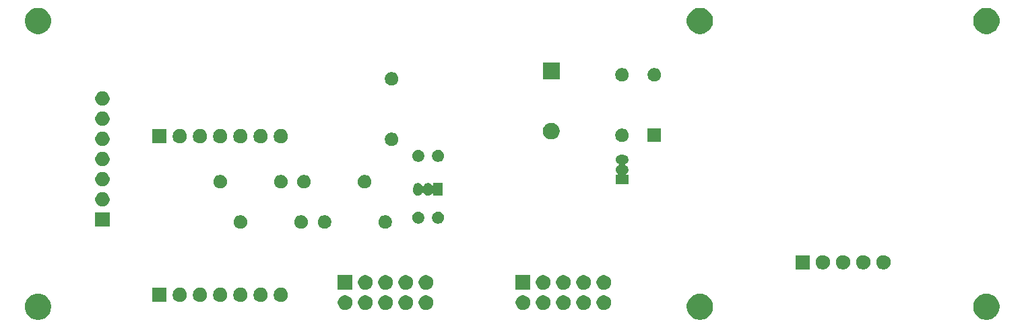
<source format=gbs>
G04 #@! TF.GenerationSoftware,KiCad,Pcbnew,5.1.5-52549c5~84~ubuntu18.04.1*
G04 #@! TF.CreationDate,2020-03-25T12:32:36-07:00*
G04 #@! TF.ProjectId,Marlin_UIBOX,4d61726c-696e-45f5-9549-424f582e6b69,rev?*
G04 #@! TF.SameCoordinates,PX55c0260PY70276d0*
G04 #@! TF.FileFunction,Soldermask,Bot*
G04 #@! TF.FilePolarity,Negative*
%FSLAX46Y46*%
G04 Gerber Fmt 4.6, Leading zero omitted, Abs format (unit mm)*
G04 Created by KiCad (PCBNEW 5.1.5-52549c5~84~ubuntu18.04.1) date 2020-03-25 12:32:36*
%MOMM*%
%LPD*%
G04 APERTURE LIST*
%ADD10C,0.100000*%
G04 APERTURE END LIST*
D10*
G36*
X124909256Y4910702D02*
G01*
X125015579Y4889553D01*
X125316042Y4765097D01*
X125586451Y4584415D01*
X125816415Y4354451D01*
X125997097Y4084042D01*
X125997098Y4084040D01*
X126000106Y4076778D01*
X126121553Y3783579D01*
X126134216Y3719918D01*
X126185000Y3464611D01*
X126185000Y3139389D01*
X126157172Y2999491D01*
X126121553Y2820421D01*
X125997097Y2519958D01*
X125816415Y2249549D01*
X125586451Y2019585D01*
X125316042Y1838903D01*
X125015579Y1714447D01*
X124909256Y1693298D01*
X124696611Y1651000D01*
X124371389Y1651000D01*
X124158744Y1693298D01*
X124052421Y1714447D01*
X123751958Y1838903D01*
X123481549Y2019585D01*
X123251585Y2249549D01*
X123070903Y2519958D01*
X122946447Y2820421D01*
X122910828Y2999491D01*
X122883000Y3139389D01*
X122883000Y3464611D01*
X122933784Y3719918D01*
X122946447Y3783579D01*
X123067894Y4076778D01*
X123070902Y4084040D01*
X123070903Y4084042D01*
X123251585Y4354451D01*
X123481549Y4584415D01*
X123751958Y4765097D01*
X124052421Y4889553D01*
X124158744Y4910702D01*
X124371389Y4953000D01*
X124696611Y4953000D01*
X124909256Y4910702D01*
G37*
G36*
X88909256Y4910702D02*
G01*
X89015579Y4889553D01*
X89316042Y4765097D01*
X89586451Y4584415D01*
X89816415Y4354451D01*
X89997097Y4084042D01*
X89997098Y4084040D01*
X90000106Y4076778D01*
X90121553Y3783579D01*
X90134216Y3719918D01*
X90185000Y3464611D01*
X90185000Y3139389D01*
X90157172Y2999491D01*
X90121553Y2820421D01*
X89997097Y2519958D01*
X89816415Y2249549D01*
X89586451Y2019585D01*
X89316042Y1838903D01*
X89015579Y1714447D01*
X88909256Y1693298D01*
X88696611Y1651000D01*
X88371389Y1651000D01*
X88158744Y1693298D01*
X88052421Y1714447D01*
X87751958Y1838903D01*
X87481549Y2019585D01*
X87251585Y2249549D01*
X87070903Y2519958D01*
X86946447Y2820421D01*
X86910828Y2999491D01*
X86883000Y3139389D01*
X86883000Y3464611D01*
X86933784Y3719918D01*
X86946447Y3783579D01*
X87067894Y4076778D01*
X87070902Y4084040D01*
X87070903Y4084042D01*
X87251585Y4354451D01*
X87481549Y4584415D01*
X87751958Y4765097D01*
X88052421Y4889553D01*
X88158744Y4910702D01*
X88371389Y4953000D01*
X88696611Y4953000D01*
X88909256Y4910702D01*
G37*
G36*
X5709256Y4910702D02*
G01*
X5815579Y4889553D01*
X6116042Y4765097D01*
X6386451Y4584415D01*
X6616415Y4354451D01*
X6797097Y4084042D01*
X6797098Y4084040D01*
X6800106Y4076778D01*
X6921553Y3783579D01*
X6934216Y3719918D01*
X6985000Y3464611D01*
X6985000Y3139389D01*
X6957172Y2999491D01*
X6921553Y2820421D01*
X6797097Y2519958D01*
X6616415Y2249549D01*
X6386451Y2019585D01*
X6116042Y1838903D01*
X5815579Y1714447D01*
X5709256Y1693298D01*
X5496611Y1651000D01*
X5171389Y1651000D01*
X4958744Y1693298D01*
X4852421Y1714447D01*
X4551958Y1838903D01*
X4281549Y2019585D01*
X4051585Y2249549D01*
X3870903Y2519958D01*
X3746447Y2820421D01*
X3710828Y2999491D01*
X3683000Y3139389D01*
X3683000Y3464611D01*
X3733784Y3719918D01*
X3746447Y3783579D01*
X3867894Y4076778D01*
X3870902Y4084040D01*
X3870903Y4084042D01*
X4051585Y4354451D01*
X4281549Y4584415D01*
X4551958Y4765097D01*
X4852421Y4889553D01*
X4958744Y4910702D01*
X5171389Y4953000D01*
X5496611Y4953000D01*
X5709256Y4910702D01*
G37*
G36*
X69100778Y4689453D02*
G01*
X69267224Y4620509D01*
X69417022Y4520417D01*
X69544417Y4393022D01*
X69644509Y4243224D01*
X69713453Y4076778D01*
X69748600Y3900082D01*
X69748600Y3719918D01*
X69713453Y3543222D01*
X69644509Y3376776D01*
X69544417Y3226978D01*
X69417022Y3099583D01*
X69267224Y2999491D01*
X69100778Y2930547D01*
X68924082Y2895400D01*
X68743918Y2895400D01*
X68567222Y2930547D01*
X68400776Y2999491D01*
X68250978Y3099583D01*
X68123583Y3226978D01*
X68023491Y3376776D01*
X67954547Y3543222D01*
X67919400Y3719918D01*
X67919400Y3900082D01*
X67954547Y4076778D01*
X68023491Y4243224D01*
X68123583Y4393022D01*
X68250978Y4520417D01*
X68400776Y4620509D01*
X68567222Y4689453D01*
X68743918Y4724600D01*
X68924082Y4724600D01*
X69100778Y4689453D01*
G37*
G36*
X66560778Y4689453D02*
G01*
X66727224Y4620509D01*
X66877022Y4520417D01*
X67004417Y4393022D01*
X67104509Y4243224D01*
X67173453Y4076778D01*
X67208600Y3900082D01*
X67208600Y3719918D01*
X67173453Y3543222D01*
X67104509Y3376776D01*
X67004417Y3226978D01*
X66877022Y3099583D01*
X66727224Y2999491D01*
X66560778Y2930547D01*
X66384082Y2895400D01*
X66203918Y2895400D01*
X66027222Y2930547D01*
X65860776Y2999491D01*
X65710978Y3099583D01*
X65583583Y3226978D01*
X65483491Y3376776D01*
X65414547Y3543222D01*
X65379400Y3719918D01*
X65379400Y3900082D01*
X65414547Y4076778D01*
X65483491Y4243224D01*
X65583583Y4393022D01*
X65710978Y4520417D01*
X65860776Y4620509D01*
X66027222Y4689453D01*
X66203918Y4724600D01*
X66384082Y4724600D01*
X66560778Y4689453D01*
G37*
G36*
X76720778Y4689453D02*
G01*
X76887224Y4620509D01*
X77037022Y4520417D01*
X77164417Y4393022D01*
X77264509Y4243224D01*
X77333453Y4076778D01*
X77368600Y3900082D01*
X77368600Y3719918D01*
X77333453Y3543222D01*
X77264509Y3376776D01*
X77164417Y3226978D01*
X77037022Y3099583D01*
X76887224Y2999491D01*
X76720778Y2930547D01*
X76544082Y2895400D01*
X76363918Y2895400D01*
X76187222Y2930547D01*
X76020776Y2999491D01*
X75870978Y3099583D01*
X75743583Y3226978D01*
X75643491Y3376776D01*
X75574547Y3543222D01*
X75539400Y3719918D01*
X75539400Y3900082D01*
X75574547Y4076778D01*
X75643491Y4243224D01*
X75743583Y4393022D01*
X75870978Y4520417D01*
X76020776Y4620509D01*
X76187222Y4689453D01*
X76363918Y4724600D01*
X76544082Y4724600D01*
X76720778Y4689453D01*
G37*
G36*
X71640778Y4689453D02*
G01*
X71807224Y4620509D01*
X71957022Y4520417D01*
X72084417Y4393022D01*
X72184509Y4243224D01*
X72253453Y4076778D01*
X72288600Y3900082D01*
X72288600Y3719918D01*
X72253453Y3543222D01*
X72184509Y3376776D01*
X72084417Y3226978D01*
X71957022Y3099583D01*
X71807224Y2999491D01*
X71640778Y2930547D01*
X71464082Y2895400D01*
X71283918Y2895400D01*
X71107222Y2930547D01*
X70940776Y2999491D01*
X70790978Y3099583D01*
X70663583Y3226978D01*
X70563491Y3376776D01*
X70494547Y3543222D01*
X70459400Y3719918D01*
X70459400Y3900082D01*
X70494547Y4076778D01*
X70563491Y4243224D01*
X70663583Y4393022D01*
X70790978Y4520417D01*
X70940776Y4620509D01*
X71107222Y4689453D01*
X71283918Y4724600D01*
X71464082Y4724600D01*
X71640778Y4689453D01*
G37*
G36*
X74180778Y4689453D02*
G01*
X74347224Y4620509D01*
X74497022Y4520417D01*
X74624417Y4393022D01*
X74724509Y4243224D01*
X74793453Y4076778D01*
X74828600Y3900082D01*
X74828600Y3719918D01*
X74793453Y3543222D01*
X74724509Y3376776D01*
X74624417Y3226978D01*
X74497022Y3099583D01*
X74347224Y2999491D01*
X74180778Y2930547D01*
X74004082Y2895400D01*
X73823918Y2895400D01*
X73647222Y2930547D01*
X73480776Y2999491D01*
X73330978Y3099583D01*
X73203583Y3226978D01*
X73103491Y3376776D01*
X73034547Y3543222D01*
X72999400Y3719918D01*
X72999400Y3900082D01*
X73034547Y4076778D01*
X73103491Y4243224D01*
X73203583Y4393022D01*
X73330978Y4520417D01*
X73480776Y4620509D01*
X73647222Y4689453D01*
X73823918Y4724600D01*
X74004082Y4724600D01*
X74180778Y4689453D01*
G37*
G36*
X44208778Y4689453D02*
G01*
X44375224Y4620509D01*
X44525022Y4520417D01*
X44652417Y4393022D01*
X44752509Y4243224D01*
X44821453Y4076778D01*
X44856600Y3900082D01*
X44856600Y3719918D01*
X44821453Y3543222D01*
X44752509Y3376776D01*
X44652417Y3226978D01*
X44525022Y3099583D01*
X44375224Y2999491D01*
X44208778Y2930547D01*
X44032082Y2895400D01*
X43851918Y2895400D01*
X43675222Y2930547D01*
X43508776Y2999491D01*
X43358978Y3099583D01*
X43231583Y3226978D01*
X43131491Y3376776D01*
X43062547Y3543222D01*
X43027400Y3719918D01*
X43027400Y3900082D01*
X43062547Y4076778D01*
X43131491Y4243224D01*
X43231583Y4393022D01*
X43358978Y4520417D01*
X43508776Y4620509D01*
X43675222Y4689453D01*
X43851918Y4724600D01*
X44032082Y4724600D01*
X44208778Y4689453D01*
G37*
G36*
X46748778Y4689453D02*
G01*
X46915224Y4620509D01*
X47065022Y4520417D01*
X47192417Y4393022D01*
X47292509Y4243224D01*
X47361453Y4076778D01*
X47396600Y3900082D01*
X47396600Y3719918D01*
X47361453Y3543222D01*
X47292509Y3376776D01*
X47192417Y3226978D01*
X47065022Y3099583D01*
X46915224Y2999491D01*
X46748778Y2930547D01*
X46572082Y2895400D01*
X46391918Y2895400D01*
X46215222Y2930547D01*
X46048776Y2999491D01*
X45898978Y3099583D01*
X45771583Y3226978D01*
X45671491Y3376776D01*
X45602547Y3543222D01*
X45567400Y3719918D01*
X45567400Y3900082D01*
X45602547Y4076778D01*
X45671491Y4243224D01*
X45771583Y4393022D01*
X45898978Y4520417D01*
X46048776Y4620509D01*
X46215222Y4689453D01*
X46391918Y4724600D01*
X46572082Y4724600D01*
X46748778Y4689453D01*
G37*
G36*
X49288778Y4689453D02*
G01*
X49455224Y4620509D01*
X49605022Y4520417D01*
X49732417Y4393022D01*
X49832509Y4243224D01*
X49901453Y4076778D01*
X49936600Y3900082D01*
X49936600Y3719918D01*
X49901453Y3543222D01*
X49832509Y3376776D01*
X49732417Y3226978D01*
X49605022Y3099583D01*
X49455224Y2999491D01*
X49288778Y2930547D01*
X49112082Y2895400D01*
X48931918Y2895400D01*
X48755222Y2930547D01*
X48588776Y2999491D01*
X48438978Y3099583D01*
X48311583Y3226978D01*
X48211491Y3376776D01*
X48142547Y3543222D01*
X48107400Y3719918D01*
X48107400Y3900082D01*
X48142547Y4076778D01*
X48211491Y4243224D01*
X48311583Y4393022D01*
X48438978Y4520417D01*
X48588776Y4620509D01*
X48755222Y4689453D01*
X48931918Y4724600D01*
X49112082Y4724600D01*
X49288778Y4689453D01*
G37*
G36*
X51828778Y4689453D02*
G01*
X51995224Y4620509D01*
X52145022Y4520417D01*
X52272417Y4393022D01*
X52372509Y4243224D01*
X52441453Y4076778D01*
X52476600Y3900082D01*
X52476600Y3719918D01*
X52441453Y3543222D01*
X52372509Y3376776D01*
X52272417Y3226978D01*
X52145022Y3099583D01*
X51995224Y2999491D01*
X51828778Y2930547D01*
X51652082Y2895400D01*
X51471918Y2895400D01*
X51295222Y2930547D01*
X51128776Y2999491D01*
X50978978Y3099583D01*
X50851583Y3226978D01*
X50751491Y3376776D01*
X50682547Y3543222D01*
X50647400Y3719918D01*
X50647400Y3900082D01*
X50682547Y4076778D01*
X50751491Y4243224D01*
X50851583Y4393022D01*
X50978978Y4520417D01*
X51128776Y4620509D01*
X51295222Y4689453D01*
X51471918Y4724600D01*
X51652082Y4724600D01*
X51828778Y4689453D01*
G37*
G36*
X54368778Y4689453D02*
G01*
X54535224Y4620509D01*
X54685022Y4520417D01*
X54812417Y4393022D01*
X54912509Y4243224D01*
X54981453Y4076778D01*
X55016600Y3900082D01*
X55016600Y3719918D01*
X54981453Y3543222D01*
X54912509Y3376776D01*
X54812417Y3226978D01*
X54685022Y3099583D01*
X54535224Y2999491D01*
X54368778Y2930547D01*
X54192082Y2895400D01*
X54011918Y2895400D01*
X53835222Y2930547D01*
X53668776Y2999491D01*
X53518978Y3099583D01*
X53391583Y3226978D01*
X53291491Y3376776D01*
X53222547Y3543222D01*
X53187400Y3719918D01*
X53187400Y3900082D01*
X53222547Y4076778D01*
X53291491Y4243224D01*
X53391583Y4393022D01*
X53518978Y4520417D01*
X53668776Y4620509D01*
X53835222Y4689453D01*
X54011918Y4724600D01*
X54192082Y4724600D01*
X54368778Y4689453D01*
G37*
G36*
X23264512Y5686073D02*
G01*
X23413812Y5656376D01*
X23577784Y5588456D01*
X23725354Y5489853D01*
X23850853Y5364354D01*
X23949456Y5216784D01*
X24017376Y5052812D01*
X24037229Y4953000D01*
X24049850Y4889553D01*
X24052000Y4878741D01*
X24052000Y4701259D01*
X24017376Y4527188D01*
X23949456Y4363216D01*
X23850853Y4215646D01*
X23725354Y4090147D01*
X23577784Y3991544D01*
X23413812Y3923624D01*
X23264512Y3893927D01*
X23239742Y3889000D01*
X23062258Y3889000D01*
X23037488Y3893927D01*
X22888188Y3923624D01*
X22724216Y3991544D01*
X22576646Y4090147D01*
X22451147Y4215646D01*
X22352544Y4363216D01*
X22284624Y4527188D01*
X22250000Y4701259D01*
X22250000Y4878741D01*
X22252151Y4889553D01*
X22264771Y4953000D01*
X22284624Y5052812D01*
X22352544Y5216784D01*
X22451147Y5364354D01*
X22576646Y5489853D01*
X22724216Y5588456D01*
X22888188Y5656376D01*
X23037488Y5686073D01*
X23062258Y5691000D01*
X23239742Y5691000D01*
X23264512Y5686073D01*
G37*
G36*
X21512000Y3889000D02*
G01*
X19710000Y3889000D01*
X19710000Y5691000D01*
X21512000Y5691000D01*
X21512000Y3889000D01*
G37*
G36*
X25804512Y5686073D02*
G01*
X25953812Y5656376D01*
X26117784Y5588456D01*
X26265354Y5489853D01*
X26390853Y5364354D01*
X26489456Y5216784D01*
X26557376Y5052812D01*
X26577229Y4953000D01*
X26589850Y4889553D01*
X26592000Y4878741D01*
X26592000Y4701259D01*
X26557376Y4527188D01*
X26489456Y4363216D01*
X26390853Y4215646D01*
X26265354Y4090147D01*
X26117784Y3991544D01*
X25953812Y3923624D01*
X25804512Y3893927D01*
X25779742Y3889000D01*
X25602258Y3889000D01*
X25577488Y3893927D01*
X25428188Y3923624D01*
X25264216Y3991544D01*
X25116646Y4090147D01*
X24991147Y4215646D01*
X24892544Y4363216D01*
X24824624Y4527188D01*
X24790000Y4701259D01*
X24790000Y4878741D01*
X24792151Y4889553D01*
X24804771Y4953000D01*
X24824624Y5052812D01*
X24892544Y5216784D01*
X24991147Y5364354D01*
X25116646Y5489853D01*
X25264216Y5588456D01*
X25428188Y5656376D01*
X25577488Y5686073D01*
X25602258Y5691000D01*
X25779742Y5691000D01*
X25804512Y5686073D01*
G37*
G36*
X28344512Y5686073D02*
G01*
X28493812Y5656376D01*
X28657784Y5588456D01*
X28805354Y5489853D01*
X28930853Y5364354D01*
X29029456Y5216784D01*
X29097376Y5052812D01*
X29117229Y4953000D01*
X29129850Y4889553D01*
X29132000Y4878741D01*
X29132000Y4701259D01*
X29097376Y4527188D01*
X29029456Y4363216D01*
X28930853Y4215646D01*
X28805354Y4090147D01*
X28657784Y3991544D01*
X28493812Y3923624D01*
X28344512Y3893927D01*
X28319742Y3889000D01*
X28142258Y3889000D01*
X28117488Y3893927D01*
X27968188Y3923624D01*
X27804216Y3991544D01*
X27656646Y4090147D01*
X27531147Y4215646D01*
X27432544Y4363216D01*
X27364624Y4527188D01*
X27330000Y4701259D01*
X27330000Y4878741D01*
X27332151Y4889553D01*
X27344771Y4953000D01*
X27364624Y5052812D01*
X27432544Y5216784D01*
X27531147Y5364354D01*
X27656646Y5489853D01*
X27804216Y5588456D01*
X27968188Y5656376D01*
X28117488Y5686073D01*
X28142258Y5691000D01*
X28319742Y5691000D01*
X28344512Y5686073D01*
G37*
G36*
X30884512Y5686073D02*
G01*
X31033812Y5656376D01*
X31197784Y5588456D01*
X31345354Y5489853D01*
X31470853Y5364354D01*
X31569456Y5216784D01*
X31637376Y5052812D01*
X31657229Y4953000D01*
X31669850Y4889553D01*
X31672000Y4878741D01*
X31672000Y4701259D01*
X31637376Y4527188D01*
X31569456Y4363216D01*
X31470853Y4215646D01*
X31345354Y4090147D01*
X31197784Y3991544D01*
X31033812Y3923624D01*
X30884512Y3893927D01*
X30859742Y3889000D01*
X30682258Y3889000D01*
X30657488Y3893927D01*
X30508188Y3923624D01*
X30344216Y3991544D01*
X30196646Y4090147D01*
X30071147Y4215646D01*
X29972544Y4363216D01*
X29904624Y4527188D01*
X29870000Y4701259D01*
X29870000Y4878741D01*
X29872151Y4889553D01*
X29884771Y4953000D01*
X29904624Y5052812D01*
X29972544Y5216784D01*
X30071147Y5364354D01*
X30196646Y5489853D01*
X30344216Y5588456D01*
X30508188Y5656376D01*
X30657488Y5686073D01*
X30682258Y5691000D01*
X30859742Y5691000D01*
X30884512Y5686073D01*
G37*
G36*
X33424512Y5686073D02*
G01*
X33573812Y5656376D01*
X33737784Y5588456D01*
X33885354Y5489853D01*
X34010853Y5364354D01*
X34109456Y5216784D01*
X34177376Y5052812D01*
X34197229Y4953000D01*
X34209850Y4889553D01*
X34212000Y4878741D01*
X34212000Y4701259D01*
X34177376Y4527188D01*
X34109456Y4363216D01*
X34010853Y4215646D01*
X33885354Y4090147D01*
X33737784Y3991544D01*
X33573812Y3923624D01*
X33424512Y3893927D01*
X33399742Y3889000D01*
X33222258Y3889000D01*
X33197488Y3893927D01*
X33048188Y3923624D01*
X32884216Y3991544D01*
X32736646Y4090147D01*
X32611147Y4215646D01*
X32512544Y4363216D01*
X32444624Y4527188D01*
X32410000Y4701259D01*
X32410000Y4878741D01*
X32412151Y4889553D01*
X32424771Y4953000D01*
X32444624Y5052812D01*
X32512544Y5216784D01*
X32611147Y5364354D01*
X32736646Y5489853D01*
X32884216Y5588456D01*
X33048188Y5656376D01*
X33197488Y5686073D01*
X33222258Y5691000D01*
X33399742Y5691000D01*
X33424512Y5686073D01*
G37*
G36*
X35964512Y5686073D02*
G01*
X36113812Y5656376D01*
X36277784Y5588456D01*
X36425354Y5489853D01*
X36550853Y5364354D01*
X36649456Y5216784D01*
X36717376Y5052812D01*
X36737229Y4953000D01*
X36749850Y4889553D01*
X36752000Y4878741D01*
X36752000Y4701259D01*
X36717376Y4527188D01*
X36649456Y4363216D01*
X36550853Y4215646D01*
X36425354Y4090147D01*
X36277784Y3991544D01*
X36113812Y3923624D01*
X35964512Y3893927D01*
X35939742Y3889000D01*
X35762258Y3889000D01*
X35737488Y3893927D01*
X35588188Y3923624D01*
X35424216Y3991544D01*
X35276646Y4090147D01*
X35151147Y4215646D01*
X35052544Y4363216D01*
X34984624Y4527188D01*
X34950000Y4701259D01*
X34950000Y4878741D01*
X34952151Y4889553D01*
X34964771Y4953000D01*
X34984624Y5052812D01*
X35052544Y5216784D01*
X35151147Y5364354D01*
X35276646Y5489853D01*
X35424216Y5588456D01*
X35588188Y5656376D01*
X35737488Y5686073D01*
X35762258Y5691000D01*
X35939742Y5691000D01*
X35964512Y5686073D01*
G37*
G36*
X74180778Y7229453D02*
G01*
X74347224Y7160509D01*
X74497022Y7060417D01*
X74624417Y6933022D01*
X74724509Y6783224D01*
X74793453Y6616778D01*
X74828600Y6440082D01*
X74828600Y6259918D01*
X74793453Y6083222D01*
X74724509Y5916776D01*
X74624417Y5766978D01*
X74497022Y5639583D01*
X74347224Y5539491D01*
X74180778Y5470547D01*
X74004082Y5435400D01*
X73823918Y5435400D01*
X73647222Y5470547D01*
X73480776Y5539491D01*
X73330978Y5639583D01*
X73203583Y5766978D01*
X73103491Y5916776D01*
X73034547Y6083222D01*
X72999400Y6259918D01*
X72999400Y6440082D01*
X73034547Y6616778D01*
X73103491Y6783224D01*
X73203583Y6933022D01*
X73330978Y7060417D01*
X73480776Y7160509D01*
X73647222Y7229453D01*
X73823918Y7264600D01*
X74004082Y7264600D01*
X74180778Y7229453D01*
G37*
G36*
X71640778Y7229453D02*
G01*
X71807224Y7160509D01*
X71957022Y7060417D01*
X72084417Y6933022D01*
X72184509Y6783224D01*
X72253453Y6616778D01*
X72288600Y6440082D01*
X72288600Y6259918D01*
X72253453Y6083222D01*
X72184509Y5916776D01*
X72084417Y5766978D01*
X71957022Y5639583D01*
X71807224Y5539491D01*
X71640778Y5470547D01*
X71464082Y5435400D01*
X71283918Y5435400D01*
X71107222Y5470547D01*
X70940776Y5539491D01*
X70790978Y5639583D01*
X70663583Y5766978D01*
X70563491Y5916776D01*
X70494547Y6083222D01*
X70459400Y6259918D01*
X70459400Y6440082D01*
X70494547Y6616778D01*
X70563491Y6783224D01*
X70663583Y6933022D01*
X70790978Y7060417D01*
X70940776Y7160509D01*
X71107222Y7229453D01*
X71283918Y7264600D01*
X71464082Y7264600D01*
X71640778Y7229453D01*
G37*
G36*
X67208600Y5435400D02*
G01*
X65379400Y5435400D01*
X65379400Y7264600D01*
X67208600Y7264600D01*
X67208600Y5435400D01*
G37*
G36*
X69100778Y7229453D02*
G01*
X69267224Y7160509D01*
X69417022Y7060417D01*
X69544417Y6933022D01*
X69644509Y6783224D01*
X69713453Y6616778D01*
X69748600Y6440082D01*
X69748600Y6259918D01*
X69713453Y6083222D01*
X69644509Y5916776D01*
X69544417Y5766978D01*
X69417022Y5639583D01*
X69267224Y5539491D01*
X69100778Y5470547D01*
X68924082Y5435400D01*
X68743918Y5435400D01*
X68567222Y5470547D01*
X68400776Y5539491D01*
X68250978Y5639583D01*
X68123583Y5766978D01*
X68023491Y5916776D01*
X67954547Y6083222D01*
X67919400Y6259918D01*
X67919400Y6440082D01*
X67954547Y6616778D01*
X68023491Y6783224D01*
X68123583Y6933022D01*
X68250978Y7060417D01*
X68400776Y7160509D01*
X68567222Y7229453D01*
X68743918Y7264600D01*
X68924082Y7264600D01*
X69100778Y7229453D01*
G37*
G36*
X76720778Y7229453D02*
G01*
X76887224Y7160509D01*
X77037022Y7060417D01*
X77164417Y6933022D01*
X77264509Y6783224D01*
X77333453Y6616778D01*
X77368600Y6440082D01*
X77368600Y6259918D01*
X77333453Y6083222D01*
X77264509Y5916776D01*
X77164417Y5766978D01*
X77037022Y5639583D01*
X76887224Y5539491D01*
X76720778Y5470547D01*
X76544082Y5435400D01*
X76363918Y5435400D01*
X76187222Y5470547D01*
X76020776Y5539491D01*
X75870978Y5639583D01*
X75743583Y5766978D01*
X75643491Y5916776D01*
X75574547Y6083222D01*
X75539400Y6259918D01*
X75539400Y6440082D01*
X75574547Y6616778D01*
X75643491Y6783224D01*
X75743583Y6933022D01*
X75870978Y7060417D01*
X76020776Y7160509D01*
X76187222Y7229453D01*
X76363918Y7264600D01*
X76544082Y7264600D01*
X76720778Y7229453D01*
G37*
G36*
X54368778Y7229453D02*
G01*
X54535224Y7160509D01*
X54685022Y7060417D01*
X54812417Y6933022D01*
X54912509Y6783224D01*
X54981453Y6616778D01*
X55016600Y6440082D01*
X55016600Y6259918D01*
X54981453Y6083222D01*
X54912509Y5916776D01*
X54812417Y5766978D01*
X54685022Y5639583D01*
X54535224Y5539491D01*
X54368778Y5470547D01*
X54192082Y5435400D01*
X54011918Y5435400D01*
X53835222Y5470547D01*
X53668776Y5539491D01*
X53518978Y5639583D01*
X53391583Y5766978D01*
X53291491Y5916776D01*
X53222547Y6083222D01*
X53187400Y6259918D01*
X53187400Y6440082D01*
X53222547Y6616778D01*
X53291491Y6783224D01*
X53391583Y6933022D01*
X53518978Y7060417D01*
X53668776Y7160509D01*
X53835222Y7229453D01*
X54011918Y7264600D01*
X54192082Y7264600D01*
X54368778Y7229453D01*
G37*
G36*
X51828778Y7229453D02*
G01*
X51995224Y7160509D01*
X52145022Y7060417D01*
X52272417Y6933022D01*
X52372509Y6783224D01*
X52441453Y6616778D01*
X52476600Y6440082D01*
X52476600Y6259918D01*
X52441453Y6083222D01*
X52372509Y5916776D01*
X52272417Y5766978D01*
X52145022Y5639583D01*
X51995224Y5539491D01*
X51828778Y5470547D01*
X51652082Y5435400D01*
X51471918Y5435400D01*
X51295222Y5470547D01*
X51128776Y5539491D01*
X50978978Y5639583D01*
X50851583Y5766978D01*
X50751491Y5916776D01*
X50682547Y6083222D01*
X50647400Y6259918D01*
X50647400Y6440082D01*
X50682547Y6616778D01*
X50751491Y6783224D01*
X50851583Y6933022D01*
X50978978Y7060417D01*
X51128776Y7160509D01*
X51295222Y7229453D01*
X51471918Y7264600D01*
X51652082Y7264600D01*
X51828778Y7229453D01*
G37*
G36*
X49288778Y7229453D02*
G01*
X49455224Y7160509D01*
X49605022Y7060417D01*
X49732417Y6933022D01*
X49832509Y6783224D01*
X49901453Y6616778D01*
X49936600Y6440082D01*
X49936600Y6259918D01*
X49901453Y6083222D01*
X49832509Y5916776D01*
X49732417Y5766978D01*
X49605022Y5639583D01*
X49455224Y5539491D01*
X49288778Y5470547D01*
X49112082Y5435400D01*
X48931918Y5435400D01*
X48755222Y5470547D01*
X48588776Y5539491D01*
X48438978Y5639583D01*
X48311583Y5766978D01*
X48211491Y5916776D01*
X48142547Y6083222D01*
X48107400Y6259918D01*
X48107400Y6440082D01*
X48142547Y6616778D01*
X48211491Y6783224D01*
X48311583Y6933022D01*
X48438978Y7060417D01*
X48588776Y7160509D01*
X48755222Y7229453D01*
X48931918Y7264600D01*
X49112082Y7264600D01*
X49288778Y7229453D01*
G37*
G36*
X46748778Y7229453D02*
G01*
X46915224Y7160509D01*
X47065022Y7060417D01*
X47192417Y6933022D01*
X47292509Y6783224D01*
X47361453Y6616778D01*
X47396600Y6440082D01*
X47396600Y6259918D01*
X47361453Y6083222D01*
X47292509Y5916776D01*
X47192417Y5766978D01*
X47065022Y5639583D01*
X46915224Y5539491D01*
X46748778Y5470547D01*
X46572082Y5435400D01*
X46391918Y5435400D01*
X46215222Y5470547D01*
X46048776Y5539491D01*
X45898978Y5639583D01*
X45771583Y5766978D01*
X45671491Y5916776D01*
X45602547Y6083222D01*
X45567400Y6259918D01*
X45567400Y6440082D01*
X45602547Y6616778D01*
X45671491Y6783224D01*
X45771583Y6933022D01*
X45898978Y7060417D01*
X46048776Y7160509D01*
X46215222Y7229453D01*
X46391918Y7264600D01*
X46572082Y7264600D01*
X46748778Y7229453D01*
G37*
G36*
X44856600Y5435400D02*
G01*
X43027400Y5435400D01*
X43027400Y7264600D01*
X44856600Y7264600D01*
X44856600Y5435400D01*
G37*
G36*
X111702512Y9789073D02*
G01*
X111851812Y9759376D01*
X112015784Y9691456D01*
X112163354Y9592853D01*
X112288853Y9467354D01*
X112387456Y9319784D01*
X112455376Y9155812D01*
X112490000Y8981741D01*
X112490000Y8804259D01*
X112455376Y8630188D01*
X112387456Y8466216D01*
X112288853Y8318646D01*
X112163354Y8193147D01*
X112015784Y8094544D01*
X111851812Y8026624D01*
X111702512Y7996927D01*
X111677742Y7992000D01*
X111500258Y7992000D01*
X111475488Y7996927D01*
X111326188Y8026624D01*
X111162216Y8094544D01*
X111014646Y8193147D01*
X110889147Y8318646D01*
X110790544Y8466216D01*
X110722624Y8630188D01*
X110688000Y8804259D01*
X110688000Y8981741D01*
X110722624Y9155812D01*
X110790544Y9319784D01*
X110889147Y9467354D01*
X111014646Y9592853D01*
X111162216Y9691456D01*
X111326188Y9759376D01*
X111475488Y9789073D01*
X111500258Y9794000D01*
X111677742Y9794000D01*
X111702512Y9789073D01*
G37*
G36*
X106622512Y9789073D02*
G01*
X106771812Y9759376D01*
X106935784Y9691456D01*
X107083354Y9592853D01*
X107208853Y9467354D01*
X107307456Y9319784D01*
X107375376Y9155812D01*
X107410000Y8981741D01*
X107410000Y8804259D01*
X107375376Y8630188D01*
X107307456Y8466216D01*
X107208853Y8318646D01*
X107083354Y8193147D01*
X106935784Y8094544D01*
X106771812Y8026624D01*
X106622512Y7996927D01*
X106597742Y7992000D01*
X106420258Y7992000D01*
X106395488Y7996927D01*
X106246188Y8026624D01*
X106082216Y8094544D01*
X105934646Y8193147D01*
X105809147Y8318646D01*
X105710544Y8466216D01*
X105642624Y8630188D01*
X105608000Y8804259D01*
X105608000Y8981741D01*
X105642624Y9155812D01*
X105710544Y9319784D01*
X105809147Y9467354D01*
X105934646Y9592853D01*
X106082216Y9691456D01*
X106246188Y9759376D01*
X106395488Y9789073D01*
X106420258Y9794000D01*
X106597742Y9794000D01*
X106622512Y9789073D01*
G37*
G36*
X109162512Y9789073D02*
G01*
X109311812Y9759376D01*
X109475784Y9691456D01*
X109623354Y9592853D01*
X109748853Y9467354D01*
X109847456Y9319784D01*
X109915376Y9155812D01*
X109950000Y8981741D01*
X109950000Y8804259D01*
X109915376Y8630188D01*
X109847456Y8466216D01*
X109748853Y8318646D01*
X109623354Y8193147D01*
X109475784Y8094544D01*
X109311812Y8026624D01*
X109162512Y7996927D01*
X109137742Y7992000D01*
X108960258Y7992000D01*
X108935488Y7996927D01*
X108786188Y8026624D01*
X108622216Y8094544D01*
X108474646Y8193147D01*
X108349147Y8318646D01*
X108250544Y8466216D01*
X108182624Y8630188D01*
X108148000Y8804259D01*
X108148000Y8981741D01*
X108182624Y9155812D01*
X108250544Y9319784D01*
X108349147Y9467354D01*
X108474646Y9592853D01*
X108622216Y9691456D01*
X108786188Y9759376D01*
X108935488Y9789073D01*
X108960258Y9794000D01*
X109137742Y9794000D01*
X109162512Y9789073D01*
G37*
G36*
X104082512Y9789073D02*
G01*
X104231812Y9759376D01*
X104395784Y9691456D01*
X104543354Y9592853D01*
X104668853Y9467354D01*
X104767456Y9319784D01*
X104835376Y9155812D01*
X104870000Y8981741D01*
X104870000Y8804259D01*
X104835376Y8630188D01*
X104767456Y8466216D01*
X104668853Y8318646D01*
X104543354Y8193147D01*
X104395784Y8094544D01*
X104231812Y8026624D01*
X104082512Y7996927D01*
X104057742Y7992000D01*
X103880258Y7992000D01*
X103855488Y7996927D01*
X103706188Y8026624D01*
X103542216Y8094544D01*
X103394646Y8193147D01*
X103269147Y8318646D01*
X103170544Y8466216D01*
X103102624Y8630188D01*
X103068000Y8804259D01*
X103068000Y8981741D01*
X103102624Y9155812D01*
X103170544Y9319784D01*
X103269147Y9467354D01*
X103394646Y9592853D01*
X103542216Y9691456D01*
X103706188Y9759376D01*
X103855488Y9789073D01*
X103880258Y9794000D01*
X104057742Y9794000D01*
X104082512Y9789073D01*
G37*
G36*
X102330000Y7992000D02*
G01*
X100528000Y7992000D01*
X100528000Y9794000D01*
X102330000Y9794000D01*
X102330000Y7992000D01*
G37*
G36*
X49219428Y14788297D02*
G01*
X49374300Y14724147D01*
X49513681Y14631015D01*
X49632215Y14512481D01*
X49725347Y14373100D01*
X49789497Y14218228D01*
X49822200Y14053816D01*
X49822200Y13886184D01*
X49789497Y13721772D01*
X49725347Y13566900D01*
X49632215Y13427519D01*
X49513681Y13308985D01*
X49374300Y13215853D01*
X49219428Y13151703D01*
X49055016Y13119000D01*
X48887384Y13119000D01*
X48722972Y13151703D01*
X48568100Y13215853D01*
X48428719Y13308985D01*
X48310185Y13427519D01*
X48217053Y13566900D01*
X48152903Y13721772D01*
X48120200Y13886184D01*
X48120200Y14053816D01*
X48152903Y14218228D01*
X48217053Y14373100D01*
X48310185Y14512481D01*
X48428719Y14631015D01*
X48568100Y14724147D01*
X48722972Y14788297D01*
X48887384Y14821000D01*
X49055016Y14821000D01*
X49219428Y14788297D01*
G37*
G36*
X41599428Y14788297D02*
G01*
X41754300Y14724147D01*
X41893681Y14631015D01*
X42012215Y14512481D01*
X42105347Y14373100D01*
X42169497Y14218228D01*
X42202200Y14053816D01*
X42202200Y13886184D01*
X42169497Y13721772D01*
X42105347Y13566900D01*
X42012215Y13427519D01*
X41893681Y13308985D01*
X41754300Y13215853D01*
X41599428Y13151703D01*
X41435016Y13119000D01*
X41267384Y13119000D01*
X41102972Y13151703D01*
X40948100Y13215853D01*
X40808719Y13308985D01*
X40690185Y13427519D01*
X40597053Y13566900D01*
X40532903Y13721772D01*
X40500200Y13886184D01*
X40500200Y14053816D01*
X40532903Y14218228D01*
X40597053Y14373100D01*
X40690185Y14512481D01*
X40808719Y14631015D01*
X40948100Y14724147D01*
X41102972Y14788297D01*
X41267384Y14821000D01*
X41435016Y14821000D01*
X41599428Y14788297D01*
G37*
G36*
X38653028Y14788297D02*
G01*
X38807900Y14724147D01*
X38947281Y14631015D01*
X39065815Y14512481D01*
X39158947Y14373100D01*
X39223097Y14218228D01*
X39255800Y14053816D01*
X39255800Y13886184D01*
X39223097Y13721772D01*
X39158947Y13566900D01*
X39065815Y13427519D01*
X38947281Y13308985D01*
X38807900Y13215853D01*
X38653028Y13151703D01*
X38488616Y13119000D01*
X38320984Y13119000D01*
X38156572Y13151703D01*
X38001700Y13215853D01*
X37862319Y13308985D01*
X37743785Y13427519D01*
X37650653Y13566900D01*
X37586503Y13721772D01*
X37553800Y13886184D01*
X37553800Y14053816D01*
X37586503Y14218228D01*
X37650653Y14373100D01*
X37743785Y14512481D01*
X37862319Y14631015D01*
X38001700Y14724147D01*
X38156572Y14788297D01*
X38320984Y14821000D01*
X38488616Y14821000D01*
X38653028Y14788297D01*
G37*
G36*
X31033028Y14788297D02*
G01*
X31187900Y14724147D01*
X31327281Y14631015D01*
X31445815Y14512481D01*
X31538947Y14373100D01*
X31603097Y14218228D01*
X31635800Y14053816D01*
X31635800Y13886184D01*
X31603097Y13721772D01*
X31538947Y13566900D01*
X31445815Y13427519D01*
X31327281Y13308985D01*
X31187900Y13215853D01*
X31033028Y13151703D01*
X30868616Y13119000D01*
X30700984Y13119000D01*
X30536572Y13151703D01*
X30381700Y13215853D01*
X30242319Y13308985D01*
X30123785Y13427519D01*
X30030653Y13566900D01*
X29966503Y13721772D01*
X29933800Y13886184D01*
X29933800Y14053816D01*
X29966503Y14218228D01*
X30030653Y14373100D01*
X30123785Y14512481D01*
X30242319Y14631015D01*
X30381700Y14724147D01*
X30536572Y14788297D01*
X30700984Y14821000D01*
X30868616Y14821000D01*
X31033028Y14788297D01*
G37*
G36*
X14335000Y13381000D02*
G01*
X12533000Y13381000D01*
X12533000Y15183000D01*
X14335000Y15183000D01*
X14335000Y13381000D01*
G37*
G36*
X53345059Y15250940D02*
G01*
X53481732Y15194328D01*
X53604735Y15112140D01*
X53709340Y15007535D01*
X53791528Y14884532D01*
X53848140Y14747859D01*
X53877000Y14602767D01*
X53877000Y14454833D01*
X53848140Y14309741D01*
X53791528Y14173068D01*
X53709340Y14050065D01*
X53604735Y13945460D01*
X53481732Y13863272D01*
X53481731Y13863271D01*
X53481730Y13863271D01*
X53345059Y13806660D01*
X53199968Y13777800D01*
X53052032Y13777800D01*
X52906941Y13806660D01*
X52770270Y13863271D01*
X52770269Y13863271D01*
X52770268Y13863272D01*
X52647265Y13945460D01*
X52542660Y14050065D01*
X52460472Y14173068D01*
X52403860Y14309741D01*
X52375000Y14454833D01*
X52375000Y14602767D01*
X52403860Y14747859D01*
X52460472Y14884532D01*
X52542660Y15007535D01*
X52647265Y15112140D01*
X52770268Y15194328D01*
X52906941Y15250940D01*
X53052032Y15279800D01*
X53199968Y15279800D01*
X53345059Y15250940D01*
G37*
G36*
X55845059Y15250940D02*
G01*
X55981732Y15194328D01*
X56104735Y15112140D01*
X56209340Y15007535D01*
X56291528Y14884532D01*
X56348140Y14747859D01*
X56377000Y14602767D01*
X56377000Y14454833D01*
X56348140Y14309741D01*
X56291528Y14173068D01*
X56209340Y14050065D01*
X56104735Y13945460D01*
X55981732Y13863272D01*
X55981731Y13863271D01*
X55981730Y13863271D01*
X55845059Y13806660D01*
X55699968Y13777800D01*
X55552032Y13777800D01*
X55406941Y13806660D01*
X55270270Y13863271D01*
X55270269Y13863271D01*
X55270268Y13863272D01*
X55147265Y13945460D01*
X55042660Y14050065D01*
X54960472Y14173068D01*
X54903860Y14309741D01*
X54875000Y14454833D01*
X54875000Y14602767D01*
X54903860Y14747859D01*
X54960472Y14884532D01*
X55042660Y15007535D01*
X55147265Y15112140D01*
X55270268Y15194328D01*
X55406941Y15250940D01*
X55552032Y15279800D01*
X55699968Y15279800D01*
X55845059Y15250940D01*
G37*
G36*
X13547512Y17718073D02*
G01*
X13696812Y17688376D01*
X13860784Y17620456D01*
X14008354Y17521853D01*
X14133853Y17396354D01*
X14232456Y17248784D01*
X14300376Y17084812D01*
X14335000Y16910741D01*
X14335000Y16733259D01*
X14300376Y16559188D01*
X14232456Y16395216D01*
X14133853Y16247646D01*
X14008354Y16122147D01*
X13860784Y16023544D01*
X13696812Y15955624D01*
X13547512Y15925927D01*
X13522742Y15921000D01*
X13345258Y15921000D01*
X13320488Y15925927D01*
X13171188Y15955624D01*
X13007216Y16023544D01*
X12859646Y16122147D01*
X12734147Y16247646D01*
X12635544Y16395216D01*
X12567624Y16559188D01*
X12533000Y16733259D01*
X12533000Y16910741D01*
X12567624Y17084812D01*
X12635544Y17248784D01*
X12734147Y17396354D01*
X12859646Y17521853D01*
X13007216Y17620456D01*
X13171188Y17688376D01*
X13320488Y17718073D01*
X13345258Y17723000D01*
X13522742Y17723000D01*
X13547512Y17718073D01*
G37*
G36*
X54468916Y18877466D02*
G01*
X54577492Y18844529D01*
X54577495Y18844528D01*
X54613601Y18825229D01*
X54677557Y18791044D01*
X54765264Y18719064D01*
X54828383Y18642154D01*
X54845702Y18624835D01*
X54866077Y18611221D01*
X54888716Y18601843D01*
X54912749Y18597063D01*
X54937253Y18597063D01*
X54961286Y18601843D01*
X54983925Y18611221D01*
X55004299Y18624834D01*
X55021626Y18642161D01*
X55035240Y18662536D01*
X55044618Y18685175D01*
X55049398Y18709208D01*
X55050000Y18721460D01*
X55050000Y18885800D01*
X56202000Y18885800D01*
X56202000Y17283800D01*
X55050000Y17283800D01*
X55050000Y17448140D01*
X55047598Y17472526D01*
X55040485Y17495975D01*
X55028934Y17517586D01*
X55013389Y17536528D01*
X54994447Y17552073D01*
X54972836Y17563624D01*
X54949387Y17570737D01*
X54925001Y17573139D01*
X54900615Y17570737D01*
X54877166Y17563624D01*
X54855555Y17552073D01*
X54828381Y17527444D01*
X54765264Y17450536D01*
X54677556Y17378556D01*
X54613600Y17344371D01*
X54577494Y17325072D01*
X54577491Y17325071D01*
X54468915Y17292134D01*
X54356000Y17281013D01*
X54243084Y17292134D01*
X54134508Y17325071D01*
X54134505Y17325072D01*
X54098399Y17344371D01*
X54034443Y17378556D01*
X53946736Y17450536D01*
X53874756Y17538244D01*
X53831239Y17619660D01*
X53817625Y17640034D01*
X53800298Y17657361D01*
X53779924Y17670975D01*
X53757285Y17680352D01*
X53733251Y17685132D01*
X53708747Y17685132D01*
X53684714Y17680351D01*
X53662075Y17670974D01*
X53641701Y17657360D01*
X53624374Y17640033D01*
X53610762Y17619660D01*
X53567244Y17538243D01*
X53495264Y17450536D01*
X53407556Y17378556D01*
X53343600Y17344371D01*
X53307494Y17325072D01*
X53307491Y17325071D01*
X53198915Y17292134D01*
X53086000Y17281013D01*
X52973084Y17292134D01*
X52864508Y17325071D01*
X52864505Y17325072D01*
X52828399Y17344371D01*
X52764443Y17378556D01*
X52676736Y17450536D01*
X52604756Y17538244D01*
X52560813Y17620456D01*
X52551272Y17638306D01*
X52545492Y17657360D01*
X52518334Y17746885D01*
X52510000Y17831503D01*
X52510000Y18338098D01*
X52518334Y18422716D01*
X52551271Y18531292D01*
X52551272Y18531295D01*
X52604756Y18631355D01*
X52604757Y18631357D01*
X52676737Y18719064D01*
X52764444Y18791044D01*
X52828400Y18825229D01*
X52864506Y18844528D01*
X52864509Y18844529D01*
X52973085Y18877466D01*
X53086000Y18888587D01*
X53198916Y18877466D01*
X53307492Y18844529D01*
X53307495Y18844528D01*
X53343601Y18825229D01*
X53407557Y18791044D01*
X53495264Y18719064D01*
X53567244Y18631357D01*
X53583019Y18601843D01*
X53610761Y18549941D01*
X53624375Y18529566D01*
X53641702Y18512239D01*
X53662076Y18498626D01*
X53684715Y18489248D01*
X53708748Y18484468D01*
X53733252Y18484468D01*
X53757285Y18489248D01*
X53779924Y18498626D01*
X53800299Y18512240D01*
X53817626Y18529567D01*
X53831239Y18549941D01*
X53874756Y18631355D01*
X53874757Y18631357D01*
X53946737Y18719064D01*
X54034444Y18791044D01*
X54098400Y18825229D01*
X54134506Y18844528D01*
X54134509Y18844529D01*
X54243085Y18877466D01*
X54356000Y18888587D01*
X54468916Y18877466D01*
G37*
G36*
X39008628Y19868297D02*
G01*
X39163500Y19804147D01*
X39302881Y19711015D01*
X39421415Y19592481D01*
X39514547Y19453100D01*
X39578697Y19298228D01*
X39611400Y19133816D01*
X39611400Y18966184D01*
X39578697Y18801772D01*
X39514547Y18646900D01*
X39421415Y18507519D01*
X39302881Y18388985D01*
X39163500Y18295853D01*
X39008628Y18231703D01*
X38844216Y18199000D01*
X38676584Y18199000D01*
X38512172Y18231703D01*
X38357300Y18295853D01*
X38217919Y18388985D01*
X38099385Y18507519D01*
X38006253Y18646900D01*
X37942103Y18801772D01*
X37909400Y18966184D01*
X37909400Y19133816D01*
X37942103Y19298228D01*
X38006253Y19453100D01*
X38099385Y19592481D01*
X38217919Y19711015D01*
X38357300Y19804147D01*
X38512172Y19868297D01*
X38676584Y19901000D01*
X38844216Y19901000D01*
X39008628Y19868297D01*
G37*
G36*
X46628628Y19868297D02*
G01*
X46783500Y19804147D01*
X46922881Y19711015D01*
X47041415Y19592481D01*
X47134547Y19453100D01*
X47198697Y19298228D01*
X47231400Y19133816D01*
X47231400Y18966184D01*
X47198697Y18801772D01*
X47134547Y18646900D01*
X47041415Y18507519D01*
X46922881Y18388985D01*
X46783500Y18295853D01*
X46628628Y18231703D01*
X46464216Y18199000D01*
X46296584Y18199000D01*
X46132172Y18231703D01*
X45977300Y18295853D01*
X45837919Y18388985D01*
X45719385Y18507519D01*
X45626253Y18646900D01*
X45562103Y18801772D01*
X45529400Y18966184D01*
X45529400Y19133816D01*
X45562103Y19298228D01*
X45626253Y19453100D01*
X45719385Y19592481D01*
X45837919Y19711015D01*
X45977300Y19804147D01*
X46132172Y19868297D01*
X46296584Y19901000D01*
X46464216Y19901000D01*
X46628628Y19868297D01*
G37*
G36*
X36113028Y19868297D02*
G01*
X36267900Y19804147D01*
X36407281Y19711015D01*
X36525815Y19592481D01*
X36618947Y19453100D01*
X36683097Y19298228D01*
X36715800Y19133816D01*
X36715800Y18966184D01*
X36683097Y18801772D01*
X36618947Y18646900D01*
X36525815Y18507519D01*
X36407281Y18388985D01*
X36267900Y18295853D01*
X36113028Y18231703D01*
X35948616Y18199000D01*
X35780984Y18199000D01*
X35616572Y18231703D01*
X35461700Y18295853D01*
X35322319Y18388985D01*
X35203785Y18507519D01*
X35110653Y18646900D01*
X35046503Y18801772D01*
X35013800Y18966184D01*
X35013800Y19133816D01*
X35046503Y19298228D01*
X35110653Y19453100D01*
X35203785Y19592481D01*
X35322319Y19711015D01*
X35461700Y19804147D01*
X35616572Y19868297D01*
X35780984Y19901000D01*
X35948616Y19901000D01*
X36113028Y19868297D01*
G37*
G36*
X28493028Y19868297D02*
G01*
X28647900Y19804147D01*
X28787281Y19711015D01*
X28905815Y19592481D01*
X28998947Y19453100D01*
X29063097Y19298228D01*
X29095800Y19133816D01*
X29095800Y18966184D01*
X29063097Y18801772D01*
X28998947Y18646900D01*
X28905815Y18507519D01*
X28787281Y18388985D01*
X28647900Y18295853D01*
X28493028Y18231703D01*
X28328616Y18199000D01*
X28160984Y18199000D01*
X27996572Y18231703D01*
X27841700Y18295853D01*
X27702319Y18388985D01*
X27583785Y18507519D01*
X27490653Y18646900D01*
X27426503Y18801772D01*
X27393800Y18966184D01*
X27393800Y19133816D01*
X27426503Y19298228D01*
X27490653Y19453100D01*
X27583785Y19592481D01*
X27702319Y19711015D01*
X27841700Y19804147D01*
X27996572Y19868297D01*
X28160984Y19901000D01*
X28328616Y19901000D01*
X28493028Y19868297D01*
G37*
G36*
X13547512Y20258073D02*
G01*
X13696812Y20228376D01*
X13860784Y20160456D01*
X14008354Y20061853D01*
X14133853Y19936354D01*
X14232456Y19788784D01*
X14300376Y19624812D01*
X14330073Y19475512D01*
X14334532Y19453097D01*
X14335000Y19450741D01*
X14335000Y19273259D01*
X14300376Y19099188D01*
X14232456Y18935216D01*
X14133853Y18787646D01*
X14008354Y18662147D01*
X13860784Y18563544D01*
X13696812Y18495624D01*
X13547512Y18465927D01*
X13522742Y18461000D01*
X13345258Y18461000D01*
X13320488Y18465927D01*
X13171188Y18495624D01*
X13007216Y18563544D01*
X12859646Y18662147D01*
X12734147Y18787646D01*
X12635544Y18935216D01*
X12567624Y19099188D01*
X12533000Y19273259D01*
X12533000Y19450741D01*
X12533469Y19453097D01*
X12537927Y19475512D01*
X12567624Y19624812D01*
X12635544Y19788784D01*
X12734147Y19936354D01*
X12859646Y20061853D01*
X13007216Y20160456D01*
X13171188Y20228376D01*
X13320488Y20258073D01*
X13345258Y20263000D01*
X13522742Y20263000D01*
X13547512Y20258073D01*
G37*
G36*
X79077916Y22411666D02*
G01*
X79186492Y22378729D01*
X79186495Y22378728D01*
X79222601Y22359429D01*
X79286557Y22325244D01*
X79374264Y22253264D01*
X79446244Y22165557D01*
X79480429Y22101601D01*
X79499728Y22065495D01*
X79499729Y22065492D01*
X79532666Y21956916D01*
X79543787Y21844000D01*
X79532666Y21731084D01*
X79504789Y21639189D01*
X79499728Y21622505D01*
X79480429Y21586399D01*
X79446244Y21522443D01*
X79374264Y21434736D01*
X79286557Y21362756D01*
X79205141Y21319239D01*
X79184766Y21305625D01*
X79167439Y21288298D01*
X79153826Y21267924D01*
X79144448Y21245285D01*
X79139668Y21221252D01*
X79139668Y21196748D01*
X79144448Y21172715D01*
X79153826Y21150076D01*
X79167440Y21129701D01*
X79184767Y21112374D01*
X79205141Y21098761D01*
X79286557Y21055244D01*
X79374264Y20983264D01*
X79446244Y20895557D01*
X79480429Y20831601D01*
X79499728Y20795495D01*
X79499729Y20795492D01*
X79532666Y20686916D01*
X79543787Y20574000D01*
X79532666Y20461084D01*
X79499729Y20352508D01*
X79499728Y20352505D01*
X79480429Y20316399D01*
X79446244Y20252443D01*
X79374264Y20164736D01*
X79297354Y20101617D01*
X79280035Y20084298D01*
X79266421Y20063923D01*
X79257043Y20041284D01*
X79252263Y20017251D01*
X79252263Y19992747D01*
X79257043Y19968714D01*
X79266421Y19946075D01*
X79280034Y19925701D01*
X79297361Y19908374D01*
X79317736Y19894760D01*
X79340375Y19885382D01*
X79364408Y19880602D01*
X79376660Y19880000D01*
X79541000Y19880000D01*
X79541000Y18728000D01*
X77939000Y18728000D01*
X77939000Y19880000D01*
X78103340Y19880000D01*
X78127726Y19882402D01*
X78151175Y19889515D01*
X78172786Y19901066D01*
X78191728Y19916611D01*
X78207273Y19935553D01*
X78218824Y19957164D01*
X78225937Y19980613D01*
X78228339Y20004999D01*
X78225937Y20029385D01*
X78218824Y20052834D01*
X78207273Y20074445D01*
X78191728Y20093387D01*
X78182655Y20101609D01*
X78105736Y20164736D01*
X78033756Y20252443D01*
X77999571Y20316399D01*
X77980272Y20352505D01*
X77980271Y20352508D01*
X77947334Y20461084D01*
X77936213Y20574000D01*
X77947334Y20686916D01*
X77980271Y20795492D01*
X77980272Y20795495D01*
X77999571Y20831601D01*
X78033756Y20895557D01*
X78105736Y20983264D01*
X78193443Y21055244D01*
X78274859Y21098761D01*
X78295234Y21112375D01*
X78312561Y21129702D01*
X78326174Y21150076D01*
X78335552Y21172715D01*
X78340332Y21196748D01*
X78340332Y21221252D01*
X78335552Y21245285D01*
X78326174Y21267924D01*
X78312560Y21288299D01*
X78295233Y21305626D01*
X78274859Y21319239D01*
X78193443Y21362756D01*
X78105736Y21434736D01*
X78033756Y21522443D01*
X77999571Y21586399D01*
X77980272Y21622505D01*
X77975211Y21639189D01*
X77947334Y21731084D01*
X77936213Y21844000D01*
X77947334Y21956916D01*
X77980271Y22065492D01*
X77980272Y22065495D01*
X77999571Y22101601D01*
X78033756Y22165557D01*
X78105736Y22253264D01*
X78193443Y22325244D01*
X78257399Y22359429D01*
X78293505Y22378728D01*
X78293508Y22378729D01*
X78402084Y22411666D01*
X78486702Y22420000D01*
X78993298Y22420000D01*
X79077916Y22411666D01*
G37*
G36*
X13547512Y22798073D02*
G01*
X13696812Y22768376D01*
X13860784Y22700456D01*
X14008354Y22601853D01*
X14133853Y22476354D01*
X14232456Y22328784D01*
X14300376Y22164812D01*
X14335000Y21990741D01*
X14335000Y21813259D01*
X14300376Y21639188D01*
X14232456Y21475216D01*
X14133853Y21327646D01*
X14008354Y21202147D01*
X13860784Y21103544D01*
X13696812Y21035624D01*
X13547512Y21005927D01*
X13522742Y21001000D01*
X13345258Y21001000D01*
X13320488Y21005927D01*
X13171188Y21035624D01*
X13007216Y21103544D01*
X12859646Y21202147D01*
X12734147Y21327646D01*
X12635544Y21475216D01*
X12567624Y21639188D01*
X12533000Y21813259D01*
X12533000Y21990741D01*
X12567624Y22164812D01*
X12635544Y22328784D01*
X12734147Y22476354D01*
X12859646Y22601853D01*
X13007216Y22700456D01*
X13171188Y22768376D01*
X13320488Y22798073D01*
X13345258Y22803000D01*
X13522742Y22803000D01*
X13547512Y22798073D01*
G37*
G36*
X55845059Y23023340D02*
G01*
X55981732Y22966728D01*
X56104735Y22884540D01*
X56209340Y22779935D01*
X56209341Y22779933D01*
X56291529Y22656930D01*
X56348140Y22520259D01*
X56376292Y22378729D01*
X56377000Y22375167D01*
X56377000Y22227233D01*
X56348140Y22082141D01*
X56291528Y21945468D01*
X56209340Y21822465D01*
X56104735Y21717860D01*
X55981732Y21635672D01*
X55981731Y21635671D01*
X55981730Y21635671D01*
X55845059Y21579060D01*
X55699968Y21550200D01*
X55552032Y21550200D01*
X55406941Y21579060D01*
X55270270Y21635671D01*
X55270269Y21635671D01*
X55270268Y21635672D01*
X55147265Y21717860D01*
X55042660Y21822465D01*
X54960472Y21945468D01*
X54903860Y22082141D01*
X54875000Y22227233D01*
X54875000Y22375167D01*
X54875709Y22378729D01*
X54903860Y22520259D01*
X54960471Y22656930D01*
X55042659Y22779933D01*
X55042660Y22779935D01*
X55147265Y22884540D01*
X55270268Y22966728D01*
X55406941Y23023340D01*
X55552032Y23052200D01*
X55699968Y23052200D01*
X55845059Y23023340D01*
G37*
G36*
X53345059Y23023340D02*
G01*
X53481732Y22966728D01*
X53604735Y22884540D01*
X53709340Y22779935D01*
X53709341Y22779933D01*
X53791529Y22656930D01*
X53848140Y22520259D01*
X53876292Y22378729D01*
X53877000Y22375167D01*
X53877000Y22227233D01*
X53848140Y22082141D01*
X53791528Y21945468D01*
X53709340Y21822465D01*
X53604735Y21717860D01*
X53481732Y21635672D01*
X53481731Y21635671D01*
X53481730Y21635671D01*
X53345059Y21579060D01*
X53199968Y21550200D01*
X53052032Y21550200D01*
X52906941Y21579060D01*
X52770270Y21635671D01*
X52770269Y21635671D01*
X52770268Y21635672D01*
X52647265Y21717860D01*
X52542660Y21822465D01*
X52460472Y21945468D01*
X52403860Y22082141D01*
X52375000Y22227233D01*
X52375000Y22375167D01*
X52375709Y22378729D01*
X52403860Y22520259D01*
X52460471Y22656930D01*
X52542659Y22779933D01*
X52542660Y22779935D01*
X52647265Y22884540D01*
X52770268Y22966728D01*
X52906941Y23023340D01*
X53052032Y23052200D01*
X53199968Y23052200D01*
X53345059Y23023340D01*
G37*
G36*
X50032228Y25202297D02*
G01*
X50187100Y25138147D01*
X50326481Y25045015D01*
X50445015Y24926481D01*
X50538147Y24787100D01*
X50602297Y24632228D01*
X50635000Y24467816D01*
X50635000Y24300184D01*
X50602297Y24135772D01*
X50538147Y23980900D01*
X50445015Y23841519D01*
X50326481Y23722985D01*
X50187100Y23629853D01*
X50032228Y23565703D01*
X49867816Y23533000D01*
X49700184Y23533000D01*
X49535772Y23565703D01*
X49380900Y23629853D01*
X49241519Y23722985D01*
X49122985Y23841519D01*
X49029853Y23980900D01*
X48965703Y24135772D01*
X48933000Y24300184D01*
X48933000Y24467816D01*
X48965703Y24632228D01*
X49029853Y24787100D01*
X49122985Y24926481D01*
X49241519Y25045015D01*
X49380900Y25138147D01*
X49535772Y25202297D01*
X49700184Y25235000D01*
X49867816Y25235000D01*
X50032228Y25202297D01*
G37*
G36*
X13547512Y25338073D02*
G01*
X13696812Y25308376D01*
X13860784Y25240456D01*
X14008354Y25141853D01*
X14133853Y25016354D01*
X14232456Y24868784D01*
X14300376Y24704812D01*
X14335000Y24530741D01*
X14335000Y24353259D01*
X14300376Y24179188D01*
X14232456Y24015216D01*
X14133853Y23867646D01*
X14008354Y23742147D01*
X13860784Y23643544D01*
X13696812Y23575624D01*
X13547512Y23545927D01*
X13522742Y23541000D01*
X13345258Y23541000D01*
X13320488Y23545927D01*
X13171188Y23575624D01*
X13007216Y23643544D01*
X12859646Y23742147D01*
X12734147Y23867646D01*
X12635544Y24015216D01*
X12567624Y24179188D01*
X12533000Y24353259D01*
X12533000Y24530741D01*
X12567624Y24704812D01*
X12635544Y24868784D01*
X12734147Y25016354D01*
X12859646Y25141853D01*
X13007216Y25240456D01*
X13171188Y25308376D01*
X13320488Y25338073D01*
X13345258Y25343000D01*
X13522742Y25343000D01*
X13547512Y25338073D01*
G37*
G36*
X35964512Y25666073D02*
G01*
X36113812Y25636376D01*
X36277784Y25568456D01*
X36425354Y25469853D01*
X36550853Y25344354D01*
X36649456Y25196784D01*
X36717376Y25032812D01*
X36752000Y24858741D01*
X36752000Y24681259D01*
X36717376Y24507188D01*
X36649456Y24343216D01*
X36550853Y24195646D01*
X36425354Y24070147D01*
X36277784Y23971544D01*
X36113812Y23903624D01*
X35964512Y23873927D01*
X35939742Y23869000D01*
X35762258Y23869000D01*
X35737488Y23873927D01*
X35588188Y23903624D01*
X35424216Y23971544D01*
X35276646Y24070147D01*
X35151147Y24195646D01*
X35052544Y24343216D01*
X34984624Y24507188D01*
X34950000Y24681259D01*
X34950000Y24858741D01*
X34984624Y25032812D01*
X35052544Y25196784D01*
X35151147Y25344354D01*
X35276646Y25469853D01*
X35424216Y25568456D01*
X35588188Y25636376D01*
X35737488Y25666073D01*
X35762258Y25671000D01*
X35939742Y25671000D01*
X35964512Y25666073D01*
G37*
G36*
X33424512Y25666073D02*
G01*
X33573812Y25636376D01*
X33737784Y25568456D01*
X33885354Y25469853D01*
X34010853Y25344354D01*
X34109456Y25196784D01*
X34177376Y25032812D01*
X34212000Y24858741D01*
X34212000Y24681259D01*
X34177376Y24507188D01*
X34109456Y24343216D01*
X34010853Y24195646D01*
X33885354Y24070147D01*
X33737784Y23971544D01*
X33573812Y23903624D01*
X33424512Y23873927D01*
X33399742Y23869000D01*
X33222258Y23869000D01*
X33197488Y23873927D01*
X33048188Y23903624D01*
X32884216Y23971544D01*
X32736646Y24070147D01*
X32611147Y24195646D01*
X32512544Y24343216D01*
X32444624Y24507188D01*
X32410000Y24681259D01*
X32410000Y24858741D01*
X32444624Y25032812D01*
X32512544Y25196784D01*
X32611147Y25344354D01*
X32736646Y25469853D01*
X32884216Y25568456D01*
X33048188Y25636376D01*
X33197488Y25666073D01*
X33222258Y25671000D01*
X33399742Y25671000D01*
X33424512Y25666073D01*
G37*
G36*
X30884512Y25666073D02*
G01*
X31033812Y25636376D01*
X31197784Y25568456D01*
X31345354Y25469853D01*
X31470853Y25344354D01*
X31569456Y25196784D01*
X31637376Y25032812D01*
X31672000Y24858741D01*
X31672000Y24681259D01*
X31637376Y24507188D01*
X31569456Y24343216D01*
X31470853Y24195646D01*
X31345354Y24070147D01*
X31197784Y23971544D01*
X31033812Y23903624D01*
X30884512Y23873927D01*
X30859742Y23869000D01*
X30682258Y23869000D01*
X30657488Y23873927D01*
X30508188Y23903624D01*
X30344216Y23971544D01*
X30196646Y24070147D01*
X30071147Y24195646D01*
X29972544Y24343216D01*
X29904624Y24507188D01*
X29870000Y24681259D01*
X29870000Y24858741D01*
X29904624Y25032812D01*
X29972544Y25196784D01*
X30071147Y25344354D01*
X30196646Y25469853D01*
X30344216Y25568456D01*
X30508188Y25636376D01*
X30657488Y25666073D01*
X30682258Y25671000D01*
X30859742Y25671000D01*
X30884512Y25666073D01*
G37*
G36*
X28344512Y25666073D02*
G01*
X28493812Y25636376D01*
X28657784Y25568456D01*
X28805354Y25469853D01*
X28930853Y25344354D01*
X29029456Y25196784D01*
X29097376Y25032812D01*
X29132000Y24858741D01*
X29132000Y24681259D01*
X29097376Y24507188D01*
X29029456Y24343216D01*
X28930853Y24195646D01*
X28805354Y24070147D01*
X28657784Y23971544D01*
X28493812Y23903624D01*
X28344512Y23873927D01*
X28319742Y23869000D01*
X28142258Y23869000D01*
X28117488Y23873927D01*
X27968188Y23903624D01*
X27804216Y23971544D01*
X27656646Y24070147D01*
X27531147Y24195646D01*
X27432544Y24343216D01*
X27364624Y24507188D01*
X27330000Y24681259D01*
X27330000Y24858741D01*
X27364624Y25032812D01*
X27432544Y25196784D01*
X27531147Y25344354D01*
X27656646Y25469853D01*
X27804216Y25568456D01*
X27968188Y25636376D01*
X28117488Y25666073D01*
X28142258Y25671000D01*
X28319742Y25671000D01*
X28344512Y25666073D01*
G37*
G36*
X25804512Y25666073D02*
G01*
X25953812Y25636376D01*
X26117784Y25568456D01*
X26265354Y25469853D01*
X26390853Y25344354D01*
X26489456Y25196784D01*
X26557376Y25032812D01*
X26592000Y24858741D01*
X26592000Y24681259D01*
X26557376Y24507188D01*
X26489456Y24343216D01*
X26390853Y24195646D01*
X26265354Y24070147D01*
X26117784Y23971544D01*
X25953812Y23903624D01*
X25804512Y23873927D01*
X25779742Y23869000D01*
X25602258Y23869000D01*
X25577488Y23873927D01*
X25428188Y23903624D01*
X25264216Y23971544D01*
X25116646Y24070147D01*
X24991147Y24195646D01*
X24892544Y24343216D01*
X24824624Y24507188D01*
X24790000Y24681259D01*
X24790000Y24858741D01*
X24824624Y25032812D01*
X24892544Y25196784D01*
X24991147Y25344354D01*
X25116646Y25469853D01*
X25264216Y25568456D01*
X25428188Y25636376D01*
X25577488Y25666073D01*
X25602258Y25671000D01*
X25779742Y25671000D01*
X25804512Y25666073D01*
G37*
G36*
X23264512Y25666073D02*
G01*
X23413812Y25636376D01*
X23577784Y25568456D01*
X23725354Y25469853D01*
X23850853Y25344354D01*
X23949456Y25196784D01*
X24017376Y25032812D01*
X24052000Y24858741D01*
X24052000Y24681259D01*
X24017376Y24507188D01*
X23949456Y24343216D01*
X23850853Y24195646D01*
X23725354Y24070147D01*
X23577784Y23971544D01*
X23413812Y23903624D01*
X23264512Y23873927D01*
X23239742Y23869000D01*
X23062258Y23869000D01*
X23037488Y23873927D01*
X22888188Y23903624D01*
X22724216Y23971544D01*
X22576646Y24070147D01*
X22451147Y24195646D01*
X22352544Y24343216D01*
X22284624Y24507188D01*
X22250000Y24681259D01*
X22250000Y24858741D01*
X22284624Y25032812D01*
X22352544Y25196784D01*
X22451147Y25344354D01*
X22576646Y25469853D01*
X22724216Y25568456D01*
X22888188Y25636376D01*
X23037488Y25666073D01*
X23062258Y25671000D01*
X23239742Y25671000D01*
X23264512Y25666073D01*
G37*
G36*
X21512000Y23869000D02*
G01*
X19710000Y23869000D01*
X19710000Y25671000D01*
X21512000Y25671000D01*
X21512000Y23869000D01*
G37*
G36*
X83655000Y24041000D02*
G01*
X81953000Y24041000D01*
X81953000Y25743000D01*
X83655000Y25743000D01*
X83655000Y24041000D01*
G37*
G36*
X78988228Y25710297D02*
G01*
X79143100Y25646147D01*
X79282481Y25553015D01*
X79401015Y25434481D01*
X79494147Y25295100D01*
X79558297Y25140228D01*
X79591000Y24975816D01*
X79591000Y24808184D01*
X79558297Y24643772D01*
X79494147Y24488900D01*
X79401015Y24349519D01*
X79282481Y24230985D01*
X79143100Y24137853D01*
X78988228Y24073703D01*
X78823816Y24041000D01*
X78656184Y24041000D01*
X78491772Y24073703D01*
X78336900Y24137853D01*
X78197519Y24230985D01*
X78078985Y24349519D01*
X77985853Y24488900D01*
X77921703Y24643772D01*
X77889000Y24808184D01*
X77889000Y24975816D01*
X77921703Y25140228D01*
X77985853Y25295100D01*
X78078985Y25434481D01*
X78197519Y25553015D01*
X78336900Y25646147D01*
X78491772Y25710297D01*
X78656184Y25743000D01*
X78823816Y25743000D01*
X78988228Y25710297D01*
G37*
G36*
X70156564Y26430611D02*
G01*
X70347833Y26351385D01*
X70347835Y26351384D01*
X70451454Y26282148D01*
X70519973Y26236365D01*
X70666365Y26089973D01*
X70781385Y25917833D01*
X70860611Y25726564D01*
X70901000Y25523516D01*
X70901000Y25316484D01*
X70860611Y25113436D01*
X70783172Y24926481D01*
X70781384Y24922165D01*
X70666365Y24750027D01*
X70519973Y24603635D01*
X70347835Y24488616D01*
X70347834Y24488615D01*
X70347833Y24488615D01*
X70156564Y24409389D01*
X69953516Y24369000D01*
X69746484Y24369000D01*
X69543436Y24409389D01*
X69352167Y24488615D01*
X69352166Y24488615D01*
X69352165Y24488616D01*
X69180027Y24603635D01*
X69033635Y24750027D01*
X68918616Y24922165D01*
X68916828Y24926481D01*
X68839389Y25113436D01*
X68799000Y25316484D01*
X68799000Y25523516D01*
X68839389Y25726564D01*
X68918615Y25917833D01*
X69033635Y26089973D01*
X69180027Y26236365D01*
X69248546Y26282148D01*
X69352165Y26351384D01*
X69352167Y26351385D01*
X69543436Y26430611D01*
X69746484Y26471000D01*
X69953516Y26471000D01*
X70156564Y26430611D01*
G37*
G36*
X13547512Y27878073D02*
G01*
X13696812Y27848376D01*
X13860784Y27780456D01*
X14008354Y27681853D01*
X14133853Y27556354D01*
X14232456Y27408784D01*
X14300376Y27244812D01*
X14335000Y27070741D01*
X14335000Y26893259D01*
X14300376Y26719188D01*
X14232456Y26555216D01*
X14133853Y26407646D01*
X14008354Y26282147D01*
X13860784Y26183544D01*
X13696812Y26115624D01*
X13567852Y26089973D01*
X13522742Y26081000D01*
X13345258Y26081000D01*
X13300148Y26089973D01*
X13171188Y26115624D01*
X13007216Y26183544D01*
X12859646Y26282147D01*
X12734147Y26407646D01*
X12635544Y26555216D01*
X12567624Y26719188D01*
X12533000Y26893259D01*
X12533000Y27070741D01*
X12567624Y27244812D01*
X12635544Y27408784D01*
X12734147Y27556354D01*
X12859646Y27681853D01*
X13007216Y27780456D01*
X13171188Y27848376D01*
X13320488Y27878073D01*
X13345258Y27883000D01*
X13522742Y27883000D01*
X13547512Y27878073D01*
G37*
G36*
X13547512Y30418073D02*
G01*
X13696812Y30388376D01*
X13860784Y30320456D01*
X14008354Y30221853D01*
X14133853Y30096354D01*
X14232456Y29948784D01*
X14300376Y29784812D01*
X14335000Y29610741D01*
X14335000Y29433259D01*
X14300376Y29259188D01*
X14232456Y29095216D01*
X14133853Y28947646D01*
X14008354Y28822147D01*
X13860784Y28723544D01*
X13696812Y28655624D01*
X13547512Y28625927D01*
X13522742Y28621000D01*
X13345258Y28621000D01*
X13320488Y28625927D01*
X13171188Y28655624D01*
X13007216Y28723544D01*
X12859646Y28822147D01*
X12734147Y28947646D01*
X12635544Y29095216D01*
X12567624Y29259188D01*
X12533000Y29433259D01*
X12533000Y29610741D01*
X12567624Y29784812D01*
X12635544Y29948784D01*
X12734147Y30096354D01*
X12859646Y30221853D01*
X13007216Y30320456D01*
X13171188Y30388376D01*
X13320488Y30418073D01*
X13345258Y30423000D01*
X13522742Y30423000D01*
X13547512Y30418073D01*
G37*
G36*
X50032228Y32822297D02*
G01*
X50187100Y32758147D01*
X50326481Y32665015D01*
X50445015Y32546481D01*
X50538147Y32407100D01*
X50602297Y32252228D01*
X50635000Y32087816D01*
X50635000Y31920184D01*
X50602297Y31755772D01*
X50538147Y31600900D01*
X50445015Y31461519D01*
X50326481Y31342985D01*
X50187100Y31249853D01*
X50032228Y31185703D01*
X49867816Y31153000D01*
X49700184Y31153000D01*
X49535772Y31185703D01*
X49380900Y31249853D01*
X49241519Y31342985D01*
X49122985Y31461519D01*
X49029853Y31600900D01*
X48965703Y31755772D01*
X48933000Y31920184D01*
X48933000Y32087816D01*
X48965703Y32252228D01*
X49029853Y32407100D01*
X49122985Y32546481D01*
X49241519Y32665015D01*
X49380900Y32758147D01*
X49535772Y32822297D01*
X49700184Y32855000D01*
X49867816Y32855000D01*
X50032228Y32822297D01*
G37*
G36*
X83052228Y33330297D02*
G01*
X83207100Y33266147D01*
X83346481Y33173015D01*
X83465015Y33054481D01*
X83558147Y32915100D01*
X83622297Y32760228D01*
X83655000Y32595816D01*
X83655000Y32428184D01*
X83622297Y32263772D01*
X83558147Y32108900D01*
X83465015Y31969519D01*
X83346481Y31850985D01*
X83207100Y31757853D01*
X83052228Y31693703D01*
X82887816Y31661000D01*
X82720184Y31661000D01*
X82555772Y31693703D01*
X82400900Y31757853D01*
X82261519Y31850985D01*
X82142985Y31969519D01*
X82049853Y32108900D01*
X81985703Y32263772D01*
X81953000Y32428184D01*
X81953000Y32595816D01*
X81985703Y32760228D01*
X82049853Y32915100D01*
X82142985Y33054481D01*
X82261519Y33173015D01*
X82400900Y33266147D01*
X82555772Y33330297D01*
X82720184Y33363000D01*
X82887816Y33363000D01*
X83052228Y33330297D01*
G37*
G36*
X78988228Y33330297D02*
G01*
X79143100Y33266147D01*
X79282481Y33173015D01*
X79401015Y33054481D01*
X79494147Y32915100D01*
X79558297Y32760228D01*
X79591000Y32595816D01*
X79591000Y32428184D01*
X79558297Y32263772D01*
X79494147Y32108900D01*
X79401015Y31969519D01*
X79282481Y31850985D01*
X79143100Y31757853D01*
X78988228Y31693703D01*
X78823816Y31661000D01*
X78656184Y31661000D01*
X78491772Y31693703D01*
X78336900Y31757853D01*
X78197519Y31850985D01*
X78078985Y31969519D01*
X77985853Y32108900D01*
X77921703Y32263772D01*
X77889000Y32428184D01*
X77889000Y32595816D01*
X77921703Y32760228D01*
X77985853Y32915100D01*
X78078985Y33054481D01*
X78197519Y33173015D01*
X78336900Y33266147D01*
X78491772Y33330297D01*
X78656184Y33363000D01*
X78823816Y33363000D01*
X78988228Y33330297D01*
G37*
G36*
X70901000Y31969000D02*
G01*
X68799000Y31969000D01*
X68799000Y34071000D01*
X70901000Y34071000D01*
X70901000Y31969000D01*
G37*
G36*
X5709256Y40910702D02*
G01*
X5815579Y40889553D01*
X6116042Y40765097D01*
X6386451Y40584415D01*
X6616415Y40354451D01*
X6797097Y40084042D01*
X6921553Y39783579D01*
X6985000Y39464609D01*
X6985000Y39139391D01*
X6921553Y38820421D01*
X6797097Y38519958D01*
X6616415Y38249549D01*
X6386451Y38019585D01*
X6116042Y37838903D01*
X5815579Y37714447D01*
X5709256Y37693298D01*
X5496611Y37651000D01*
X5171389Y37651000D01*
X4958744Y37693298D01*
X4852421Y37714447D01*
X4551958Y37838903D01*
X4281549Y38019585D01*
X4051585Y38249549D01*
X3870903Y38519958D01*
X3746447Y38820421D01*
X3683000Y39139391D01*
X3683000Y39464609D01*
X3746447Y39783579D01*
X3870903Y40084042D01*
X4051585Y40354451D01*
X4281549Y40584415D01*
X4551958Y40765097D01*
X4852421Y40889553D01*
X4958744Y40910702D01*
X5171389Y40953000D01*
X5496611Y40953000D01*
X5709256Y40910702D01*
G37*
G36*
X124909256Y40910702D02*
G01*
X125015579Y40889553D01*
X125316042Y40765097D01*
X125586451Y40584415D01*
X125816415Y40354451D01*
X125997097Y40084042D01*
X126121553Y39783579D01*
X126185000Y39464609D01*
X126185000Y39139391D01*
X126121553Y38820421D01*
X125997097Y38519958D01*
X125816415Y38249549D01*
X125586451Y38019585D01*
X125316042Y37838903D01*
X125015579Y37714447D01*
X124909256Y37693298D01*
X124696611Y37651000D01*
X124371389Y37651000D01*
X124158744Y37693298D01*
X124052421Y37714447D01*
X123751958Y37838903D01*
X123481549Y38019585D01*
X123251585Y38249549D01*
X123070903Y38519958D01*
X122946447Y38820421D01*
X122883000Y39139391D01*
X122883000Y39464609D01*
X122946447Y39783579D01*
X123070903Y40084042D01*
X123251585Y40354451D01*
X123481549Y40584415D01*
X123751958Y40765097D01*
X124052421Y40889553D01*
X124158744Y40910702D01*
X124371389Y40953000D01*
X124696611Y40953000D01*
X124909256Y40910702D01*
G37*
G36*
X88909256Y40910702D02*
G01*
X89015579Y40889553D01*
X89316042Y40765097D01*
X89586451Y40584415D01*
X89816415Y40354451D01*
X89997097Y40084042D01*
X90121553Y39783579D01*
X90185000Y39464609D01*
X90185000Y39139391D01*
X90121553Y38820421D01*
X89997097Y38519958D01*
X89816415Y38249549D01*
X89586451Y38019585D01*
X89316042Y37838903D01*
X89015579Y37714447D01*
X88909256Y37693298D01*
X88696611Y37651000D01*
X88371389Y37651000D01*
X88158744Y37693298D01*
X88052421Y37714447D01*
X87751958Y37838903D01*
X87481549Y38019585D01*
X87251585Y38249549D01*
X87070903Y38519958D01*
X86946447Y38820421D01*
X86883000Y39139391D01*
X86883000Y39464609D01*
X86946447Y39783579D01*
X87070903Y40084042D01*
X87251585Y40354451D01*
X87481549Y40584415D01*
X87751958Y40765097D01*
X88052421Y40889553D01*
X88158744Y40910702D01*
X88371389Y40953000D01*
X88696611Y40953000D01*
X88909256Y40910702D01*
G37*
M02*

</source>
